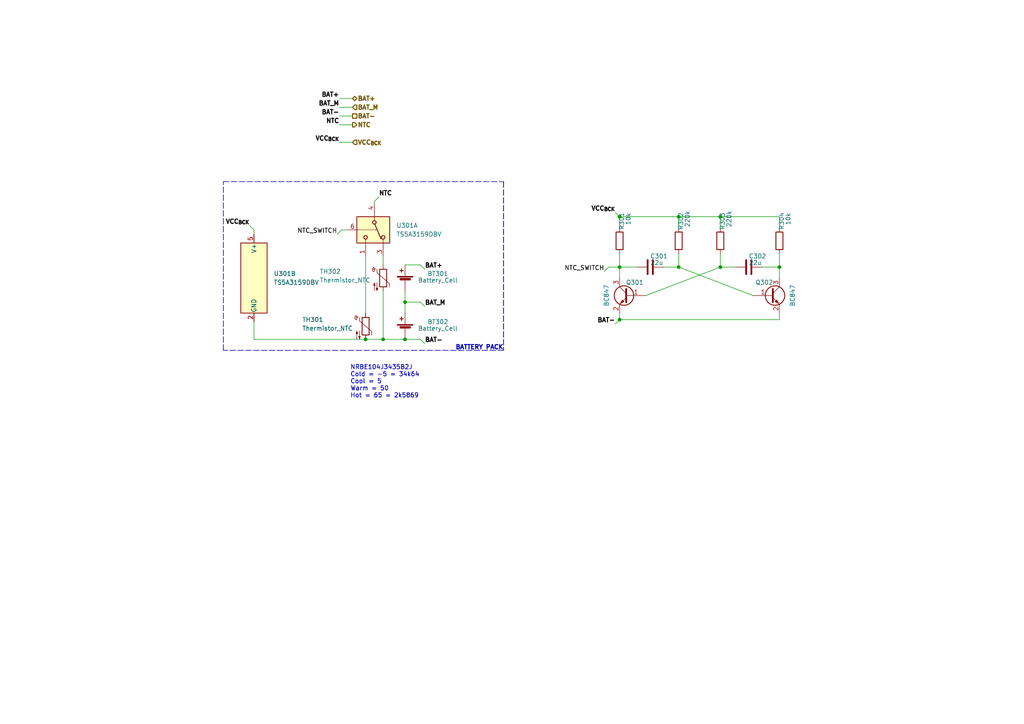
<source format=kicad_sch>
(kicad_sch (version 20211123) (generator eeschema)
  (paper "A4")
  (title_block (title "CanSat 2023") (rev "2022") (company "The Project SkyFall") (comment 1 "David Haisman"))
  (lib_symbols
    (symbol "Analog_Switch:TS5A3159DBV" (pin_names (offset 0.127))
      (property "Reference" "U" (at -3.175 4.699 0))
      (property "Value" "TS5A3159DBV" (at -3.175 2.921 0))
      (symbol "TS5A3159DBV_1_1"
        (rectangle (start -3.81 1.905) (end 3.81 -7.62) (stroke (width 0.254)) (fill (type background)))
        (circle (center -2.159 -2.54) (radius 0.508) (stroke (width 0.254)))
        (polyline (pts (xy -5.08 -2.54) (xy -2.794 -2.54)))
        (polyline (pts (xy -1.651 -2.413) (xy 2.54 -0.635)) (stroke (width 0.254)))
        (polyline (pts (xy 0 -7.62) (xy 0 -7.112)))
        (polyline (pts (xy 0 -6.858) (xy 0 -6.604)))
        (polyline (pts (xy 0 -6.35) (xy 0 -6.096)))
        (polyline (pts (xy 0 -5.842) (xy 0 -5.588)))
        (polyline (pts (xy 0 -5.334) (xy 0 -5.08)))
        (polyline (pts (xy 0 -4.826) (xy 0 -4.572)))
        (polyline (pts (xy 0 -4.318) (xy 0 -4.064)))
        (polyline (pts (xy 0 -3.81) (xy 0 -3.556)))
        (polyline (pts (xy 0 -3.302) (xy 0 -3.048)))
        (polyline (pts (xy 0 -2.794) (xy 0 -2.54)))
        (polyline (pts (xy 0 -2.286) (xy 0 -2.032)))
        (polyline (pts (xy 0 -2.286) (xy 0 -2.032)))
        (polyline (pts (xy 5.08 -5.08) (xy 2.794 -5.08)))
        (polyline (pts (xy 5.08 0) (xy 2.794 0)))
        (circle (center 2.159 -5.08) (radius 0.508) (stroke (width 0.254)))
        (circle (center 2.159 0) (radius 0.508) (stroke (width 0.254)))
        (pin passive line (at 7.62 -5.08 180) (length 2.54) (name "~") (number "1"))
        (pin passive line (at 7.62 0 180) (length 2.54) (name "~") (number "3"))
        (pin passive line (at -7.62 -2.54 0) (length 2.54) (name "~") (number "4"))
        (pin input line (at 0 -10.16 90) (length 2.54) (name "~") (number "6"))
      )
      (symbol "TS5A3159DBV_2_0"
        (pin power_in line (at 0 -12.7 90) (length 2.54) (name "GND") (number "2"))
        (pin power_in line (at 0 12.7 270) (length 2.54) (name "V+") (number "5"))
      )
      (symbol "TS5A3159DBV_2_1"
        (rectangle (start -3.81 10.16) (end 3.81 -10.16) (stroke (width 0.254)) (fill (type background)))
      )
    )
    (symbol "Device:Battery_Cell" (pin_numbers hide) (pin_names (offset 0) hide)
      (property "Reference" "BT" (at 2.54 2.54 0))
      (property "Value" "Battery_Cell" (at 2.54 0 0))
      (symbol "Battery_Cell_0_1"
        (rectangle (start -2.286 1.778) (end 2.286 1.524) (fill (type outline)))
        (rectangle (start -1.5748 1.1938) (end 1.4732 0.6858) (fill (type outline)))
        (polyline (pts (xy 0 0.762) (xy 0 0)))
        (polyline (pts (xy 0 1.778) (xy 0 2.54)))
        (polyline (pts (xy 0.508 3.429) (xy 1.524 3.429)) (stroke (width 0.254)))
        (polyline (pts (xy 1.016 3.937) (xy 1.016 2.921)) (stroke (width 0.254)))
      )
      (symbol "Battery_Cell_1_1"
        (pin passive line (at 0 5.08 270) (length 2.54) (name "+") (number "1"))
        (pin passive line (at 0 -2.54 90) (length 2.54) (name "-") (number "2"))
      )
    )
    (symbol "Device:C" (pin_numbers hide) (pin_names (offset 0.254))
      (property "Reference" "C" (at 0.635 2.54 0))
      (property "Value" "C" (at 0.635 -2.54 0))
      (symbol "C_0_1"
        (polyline (pts (xy -2.032 -0.762) (xy 2.032 -0.762)) (stroke (width 0.508)))
        (polyline (pts (xy -2.032 0.762) (xy 2.032 0.762)) (stroke (width 0.508)))
      )
      (symbol "C_1_1"
        (pin passive line (at 0 3.81 270) (length 2.794) (name "~") (number "1"))
        (pin passive line (at 0 -3.81 90) (length 2.794) (name "~") (number "2"))
      )
    )
    (symbol "Device:R" (pin_numbers hide) (pin_names (offset 0))
      (property "Reference" "R" (at 2.032 0 90))
      (property "Value" "R" (at 0 0 90))
      (symbol "R_0_1"
        (rectangle (start -1.016 -2.54) (end 1.016 2.54) (stroke (width 0.254)))
      )
      (symbol "R_1_1"
        (pin passive line (at 0 3.81 270) (length 1.27) (name "~") (number "1"))
        (pin passive line (at 0 -3.81 90) (length 1.27) (name "~") (number "2"))
      )
    )
    (symbol "Device:Thermistor_NTC" (pin_numbers hide) (pin_names (offset 0))
      (property "Reference" "TH" (at -4.445 0 90))
      (property "Value" "Thermistor_NTC" (at 3.175 0 90))
      (symbol "Thermistor_NTC_0_1"
        (arc (start -3.048 2.159) (mid -3.0495 2.3143) (end -3.175 2.413))
        (arc (start -3.048 2.159) (mid -2.9736 1.9794) (end -2.794 1.905))
        (arc (start -3.048 2.794) (mid -2.9736 2.6144) (end -2.794 2.54))
        (arc (start -2.794 1.905) (mid -2.6144 1.9794) (end -2.54 2.159))
        (arc (start -2.794 2.54) (mid -2.4393 2.5587) (end -2.159 2.794))
        (arc (start -2.794 3.048) (mid -2.9736 2.9736) (end -3.048 2.794))
        (arc (start -2.54 2.794) (mid -2.6144 2.9736) (end -2.794 3.048))
        (rectangle (start -1.016 2.54) (end 1.016 -2.54) (stroke (width 0.254)))
        (polyline (pts (xy -2.54 2.159) (xy -2.54 2.794)))
        (polyline (pts (xy -1.778 2.54) (xy -1.778 1.524) (xy 1.778 -1.524) (xy 1.778 -2.54)))
        (polyline (pts (xy -2.54 -3.683) (xy -2.54 -1.397) (xy -2.794 -2.159) (xy -2.286 -2.159) (xy -2.54 -1.397) (xy -2.54 -1.651)) (fill (type outline)))
        (polyline (pts (xy -1.778 -1.397) (xy -1.778 -3.683) (xy -2.032 -2.921) (xy -1.524 -2.921) (xy -1.778 -3.683) (xy -1.778 -3.429)) (fill (type outline)))
      )
      (symbol "Thermistor_NTC_1_1"
        (pin passive line (at 0 3.81 270) (length 1.27) (name "~") (number "1"))
        (pin passive line (at 0 -3.81 90) (length 1.27) (name "~") (number "2"))
      )
    )
    (symbol "Transistor_BJT:BC847" (pin_names (offset 0) hide)
      (property "Reference" "Q" (at 5.08 1.905 0))
      (property "Value" "BC847" (at 5.08 0 0))
      (symbol "BC847_0_1"
        (polyline (pts (xy 0.635 0.635) (xy 2.54 2.54)))
        (polyline (pts (xy 0.635 -0.635) (xy 2.54 -2.54) (xy 2.54 -2.54)))
        (polyline (pts (xy 0.635 1.905) (xy 0.635 -1.905) (xy 0.635 -1.905)) (stroke (width 0.508)))
        (polyline (pts (xy 1.27 -1.778) (xy 1.778 -1.27) (xy 2.286 -2.286) (xy 1.27 -1.778) (xy 1.27 -1.778)) (fill (type outline)))
        (circle (center 1.27 0) (radius 2.8194) (stroke (width 0.254)))
      )
      (symbol "BC847_1_1"
        (pin input line (at -5.08 0 0) (length 5.715) (name "B") (number "1"))
        (pin passive line (at 2.54 -5.08 90) (length 2.54) (name "E") (number "2"))
        (pin passive line (at 2.54 5.08 270) (length 2.54) (name "C") (number "3"))
      )
    )
  )
  (junction (at 111.125 98.425))
  (junction (at 179.705 62.865))
  (junction (at 226.06 77.47))
  (junction (at 106.045 98.425))
  (junction (at 208.915 62.865))
  (junction (at 196.85 77.47))
  (junction (at 117.475 98.425))
  (junction (at 179.705 77.47))
  (junction (at 208.915 77.47))
  (junction (at 196.85 62.865))
  (junction (at 179.705 92.71))
  (junction (at 117.475 87.63))
  (wire (pts (xy 179.705 77.47) (xy 179.705 73.66)))
  (wire (pts (xy 73.66 67.945) (xy 73.66 66.675)))
  (wire (pts (xy 98.425 33.655) (xy 102.235 33.655)))
  (wire (pts (xy 106.045 98.425) (xy 111.125 98.425)))
  (wire (pts (xy 226.06 62.865) (xy 208.915 62.865)))
  (wire (pts (xy 226.06 90.805) (xy 226.06 92.71)))
  (wire (pts (xy 176.53 77.47) (xy 179.705 77.47)))
  (wire (pts (xy 73.66 98.425) (xy 106.045 98.425)))
  (wire (pts (xy 184.785 77.47) (xy 179.705 77.47)))
  (wire (pts (xy 226.06 80.645) (xy 226.06 77.47)))
  (wire (pts (xy 121.92 98.425) (xy 123.19 99.695)))
  (wire (pts (xy 179.705 92.71) (xy 178.435 93.98)))
  (polyline (pts (xy 64.77 101.6) (xy 64.77 52.705)))
  (polyline (pts (xy 64.77 101.6) (xy 64.77 52.705)))
  (wire (pts (xy 99.06 66.675) (xy 97.79 67.945)))
  (wire (pts (xy 108.585 59.055) (xy 108.585 58.42)))
  (wire (pts (xy 196.85 62.865) (xy 196.85 66.04)))
  (wire (pts (xy 176.53 77.47) (xy 175.26 78.74)))
  (wire (pts (xy 98.425 41.275) (xy 102.235 41.275)))
  (wire (pts (xy 117.475 87.63) (xy 117.475 90.805)))
  (wire (pts (xy 196.85 77.47) (xy 218.44 85.725)))
  (wire (pts (xy 111.125 74.295) (xy 111.125 76.835)))
  (wire (pts (xy 123.19 78.105) (xy 121.92 76.835)))
  (wire (pts (xy 72.39 65.405) (xy 73.66 66.675)))
  (polyline (pts (xy 64.77 52.705) (xy 146.05 52.705)))
  (polyline (pts (xy 64.77 52.705) (xy 146.05 52.705)))
  (wire (pts (xy 226.06 77.47) (xy 226.06 73.66)))
  (wire (pts (xy 196.85 73.66) (xy 196.85 77.47)))
  (wire (pts (xy 73.66 98.425) (xy 73.66 93.345)))
  (wire (pts (xy 196.85 77.47) (xy 192.405 77.47)))
  (wire (pts (xy 208.915 62.865) (xy 208.915 66.04)))
  (wire (pts (xy 220.98 77.47) (xy 226.06 77.47)))
  (wire (pts (xy 102.235 31.115) (xy 98.425 31.115)))
  (wire (pts (xy 117.475 84.455) (xy 117.475 87.63)))
  (wire (pts (xy 117.475 87.63) (xy 121.92 87.63)))
  (wire (pts (xy 179.705 92.71) (xy 179.705 90.805)))
  (wire (pts (xy 111.125 84.455) (xy 111.125 98.425)))
  (wire (pts (xy 121.92 76.835) (xy 117.475 76.835)))
  (wire (pts (xy 98.425 28.575) (xy 102.235 28.575)))
  (wire (pts (xy 121.92 87.63) (xy 123.19 88.9)))
  (wire (pts (xy 106.045 90.805) (xy 106.045 74.295)))
  (wire (pts (xy 208.915 77.47) (xy 213.36 77.47)))
  (wire (pts (xy 117.475 98.425) (xy 121.92 98.425)))
  (wire (pts (xy 208.915 77.47) (xy 187.325 85.725)))
  (wire (pts (xy 179.705 80.645) (xy 179.705 77.47)))
  (polyline (pts (xy 146.05 52.705) (xy 146.05 101.6)))
  (polyline (pts (xy 146.05 52.705) (xy 146.05 101.6)))
  (wire (pts (xy 179.705 66.04) (xy 179.705 62.865)))
  (wire (pts (xy 179.705 62.865) (xy 196.85 62.865)))
  (wire (pts (xy 208.915 73.66) (xy 208.915 77.47)))
  (wire (pts (xy 111.125 98.425) (xy 117.475 98.425)))
  (wire (pts (xy 100.965 66.675) (xy 99.06 66.675)))
  (wire (pts (xy 226.06 66.04) (xy 226.06 62.865)))
  (polyline (pts (xy 146.05 101.6) (xy 64.77 101.6)))
  (polyline (pts (xy 146.05 101.6) (xy 64.77 101.6)))
  (wire (pts (xy 226.06 92.71) (xy 179.705 92.71)))
  (wire (pts (xy 108.585 58.42) (xy 109.855 57.15)))
  (wire (pts (xy 98.425 36.195) (xy 102.235 36.195)))
  (wire (pts (xy 196.85 62.865) (xy 208.915 62.865)))
  (wire (pts (xy 178.435 61.595) (xy 179.705 62.865)))
  (text "BATTERY PACK\n" (at 146.05 101.6 180) (effects (font (size 1.27 1.27) (thickness 0.254) bold) (justify right bottom)))
  (text "BATTERY PACK\n" (at 146.05 101.6 180) (effects (font (size 1.27 1.27) (thickness 0.254) bold) (justify right bottom)))
  (text "NRBE104J3435B2J\nCold = -5 = 34k64\nCool = 5\nWarm = 50\nHot = 65 = 2k5869 " (at 101.6 115.57 0) (effects (font (size 1.27 1.27)) (justify left bottom)))
  (text "NRBE104J3435B2J\nCold = -5 = 34k64\nCool = 5\nWarm = 50\nHot = 65 = 2k5869 " (at 101.6 115.57 0) (effects (font (size 1.27 1.27)) (justify left bottom)))
  (label "BAT+" (at 123.19 78.105 0) (effects (font (thickness 0.254) bold)))
  (label "BAT+" (at 123.19 78.105 0) (effects (font (thickness 0.254) bold)))
  (label "NTC_SWITCH" (at 97.79 67.945 180))
  (label "NTC_SWITCH" (at 97.79 67.945 180))
  (label "BAT-" (at 123.19 99.695 0) (effects (font (thickness 0.254) bold)))
  (label "BAT-" (at 123.19 99.695 0) (effects (font (thickness 0.254) bold)))
  (label "VCC_{BCK}" (at 98.425 41.275 180) (effects (font (thickness 0.254) bold)))
  (label "VCC_{BCK}" (at 98.425 41.275 180) (effects (font (thickness 0.254) bold)))
  (label "BAT+" (at 98.425 28.575 180) (effects (font (thickness 0.254) bold)))
  (label "BAT+" (at 98.425 28.575 180) (effects (font (thickness 0.254) bold)))
  (label "NTC_SWITCH" (at 175.26 78.74 180))
  (label "NTC_SWITCH" (at 175.26 78.74 180))
  (label "BAT-" (at 98.425 33.655 180) (effects (font (thickness 0.254) bold)))
  (label "BAT-" (at 98.425 33.655 180) (effects (font (thickness 0.254) bold)))
  (label "BAT-" (at 178.435 93.98 180) (effects (font (thickness 0.254) bold)))
  (label "BAT-" (at 178.435 93.98 180) (effects (font (thickness 0.254) bold)))
  (label "BAT_M" (at 98.425 31.115 180) (effects (font (thickness 0.254) bold)))
  (label "BAT_M" (at 98.425 31.115 180) (effects (font (thickness 0.254) bold)))
  (label "VCC_{BCK}" (at 72.39 65.405 180) (effects (font (thickness 0.254) bold)))
  (label "VCC_{BCK}" (at 72.39 65.405 180) (effects (font (thickness 0.254) bold)))
  (label "VCC_{BCK}" (at 178.435 61.595 180) (effects (font (thickness 0.254) bold)))
  (label "VCC_{BCK}" (at 178.435 61.595 180) (effects (font (thickness 0.254) bold)))
  (label "NTC" (at 98.425 36.195 180) (effects (font bold)))
  (label "NTC" (at 98.425 36.195 180) (effects (font bold)))
  (label "BAT_M" (at 123.19 88.9 0) (effects (font (thickness 0.254) bold)))
  (label "BAT_M" (at 123.19 88.9 0) (effects (font (thickness 0.254) bold)))
  (label "NTC" (at 109.855 57.15 0) (effects (font bold)))
  (label "NTC" (at 109.855 57.15 0) (effects (font bold)))
  (hierarchical_label "BAT-" (shape passive) (at 102.235 33.655 0) (effects (font bold)))
  (hierarchical_label "BAT-" (shape passive) (at 102.235 33.655 0) (effects (font bold)))
  (hierarchical_label "VCC_{BCK}" (shape input) (at 102.235 41.275 0) (effects (font (thickness 0.254) bold)))
  (hierarchical_label "VCC_{BCK}" (shape input) (at 102.235 41.275 0) (effects (font (thickness 0.254) bold)))
  (hierarchical_label "BAT_M" (shape input) (at 102.235 31.115 0) (effects (font bold)))
  (hierarchical_label "BAT_M" (shape input) (at 102.235 31.115 0) (effects (font bold)))
  (hierarchical_label "BAT+" (shape bidirectional) (at 102.235 28.575 0) (effects (font bold)))
  (hierarchical_label "BAT+" (shape bidirectional) (at 102.235 28.575 0) (effects (font bold)))
  (hierarchical_label "NTC" (shape output) (at 102.235 36.195 0) (effects (font bold)))
  (hierarchical_label "NTC" (shape output) (at 102.235 36.195 0) (effects (font bold)))
  (symbol (lib_id "Analog_Switch:TS5A3159DBV") (at 73.66 80.645 0) (unit 2)
    (property "Reference" "U301" (at 79.375 79.3749 0) (effects (justify left)))
    (property "Value" "TS5A3159DBV" (at 79.375 81.9149 0) (effects (justify left)))
    (property "Footprint" "Package_TO_SOT_SMD:SOT-23-6" (effects hide))
    (property "Datasheet" "http://www.ti.com/lit/ds/symlink/ts5a3159.pdf" (effects hide))
  )
  (symbol (lib_id "Device:Battery_Cell") (at 117.475 95.885 0) (mirror y) (unit 1)
    (property "Reference" "BT302" (at 127 93.345 0))
    (property "Value" "Battery_Cell" (at 127 95.25 0))
    (property "Footprint" "Connector_JST:JST_PH_B2B-PH-K_1x02_P2.00mm_Vertical" (effects hide))
  )
  (symbol (lib_id "Device:R") (at 226.06 69.85 180) (unit 1)
    (property "Reference" "R304" (at 226.695 64.135 90))
    (property "Value" "10k" (at 228.6 63.5 90))
    (property "Footprint" "Resistor_SMD:R_0402_1005Metric" (effects hide))
  )
  (symbol (lib_id "Analog_Switch:TS5A3159DBV") (at 111.125 66.675 270) (unit 1)
    (property "Reference" "U301" (at 114.935 65.4049 90) (effects (justify left)))
    (property "Value" "TS5A3159DBV" (at 114.935 67.9449 90) (effects (justify left)))
    (property "Footprint" "Package_TO_SOT_SMD:SOT-23-6" (effects hide))
    (property "Datasheet" "http://www.ti.com/lit/ds/symlink/ts5a3159.pdf" (effects hide))
  )
  (symbol (lib_id "Transistor_BJT:BC847") (at 223.52 85.725 0) (unit 1)
    (property "Reference" "Q302" (at 219.075 81.915 0) (effects (justify left)))
    (property "Value" "BC847" (at 229.87 88.9 90) (effects (justify left)))
    (property "Footprint" "Package_TO_SOT_SMD:SOT-23" (effects hide))
    (property "Datasheet" "http://www.infineon.com/dgdl/Infineon-BC847SERIES_BC848SERIES_BC849SERIES_BC850SERIES-DS-v01_01-en.pdf?fileId=db3a304314dca389011541d4630a1657" (effects hide))
  )
  (symbol (lib_id "Device:Thermistor_NTC") (at 111.125 80.645 0) (unit 1)
    (property "Reference" "TH302" (at 92.71 78.74 0) (effects (justify left)))
    (property "Value" "Thermistor_NTC" (at 92.71 81.28 0) (effects (justify left)))
    (property "Footprint" "Connector_Molex:Molex_PicoBlade_53047-0210_1x02_P1.25mm_Vertical" (effects hide))
  )
  (symbol (lib_id "Device:C") (at 188.595 77.47 90) (unit 1)
    (property "Reference" "C301" (at 191.135 74.295 90))
    (property "Value" "22u" (at 190.5 76.2 90))
    (property "Footprint" "Capacitor_SMD:C_0402_1005Metric" (effects hide))
  )
  (symbol (lib_id "Device:Thermistor_NTC") (at 106.045 94.615 0) (unit 1)
    (property "Reference" "TH301" (at 87.63 92.71 0) (effects (justify left)))
    (property "Value" "Thermistor_NTC" (at 87.63 95.25 0) (effects (justify left)))
    (property "Footprint" "Connector_Molex:Molex_PicoBlade_53047-0210_1x02_P1.25mm_Vertical" (effects hide))
  )
  (symbol (lib_id "Transistor_BJT:BC847") (at 182.245 85.725 0) (mirror y) (unit 1)
    (property "Reference" "Q301" (at 186.69 81.915 0) (effects (justify left)))
    (property "Value" "BC847" (at 175.895 88.9 90) (effects (justify left)))
    (property "Footprint" "Package_TO_SOT_SMD:SOT-23" (effects hide))
    (property "Datasheet" "http://www.infineon.com/dgdl/Infineon-BC847SERIES_BC848SERIES_BC849SERIES_BC850SERIES-DS-v01_01-en.pdf?fileId=db3a304314dca389011541d4630a1657" (effects hide))
  )
  (symbol (lib_id "Device:R") (at 208.915 69.85 180) (unit 1)
    (property "Reference" "R303" (at 209.55 64.135 90))
    (property "Value" "220k" (at 211.455 63.5 90))
    (property "Footprint" "Resistor_SMD:R_0402_1005Metric" (effects hide))
  )
  (symbol (lib_id "Device:R") (at 179.705 69.85 180) (unit 1)
    (property "Reference" "R301" (at 180.34 64.135 90))
    (property "Value" "10k" (at 182.245 63.5 90))
    (property "Footprint" "Resistor_SMD:R_0402_1005Metric" (effects hide))
  )
  (symbol (lib_id "Device:Battery_Cell") (at 117.475 81.915 0) (mirror y) (unit 1)
    (property "Reference" "BT301" (at 127 79.375 0))
    (property "Value" "Battery_Cell" (at 127 81.28 0))
    (property "Footprint" "Connector_JST:JST_PH_B2B-PH-K_1x02_P2.00mm_Vertical" (effects hide))
  )
  (symbol (lib_id "Device:C") (at 217.17 77.47 90) (unit 1)
    (property "Reference" "C302" (at 219.71 74.295 90))
    (property "Value" "22u" (at 219.075 76.2 90))
    (property "Footprint" "Capacitor_SMD:C_0402_1005Metric" (effects hide))
  )
  (symbol (lib_id "Device:R") (at 196.85 69.85 180) (unit 1)
    (property "Reference" "R302" (at 197.485 64.135 90))
    (property "Value" "220k" (at 199.39 63.5 90))
    (property "Footprint" "Resistor_SMD:R_0402_1005Metric" (effects hide))
  )
)
</source>
